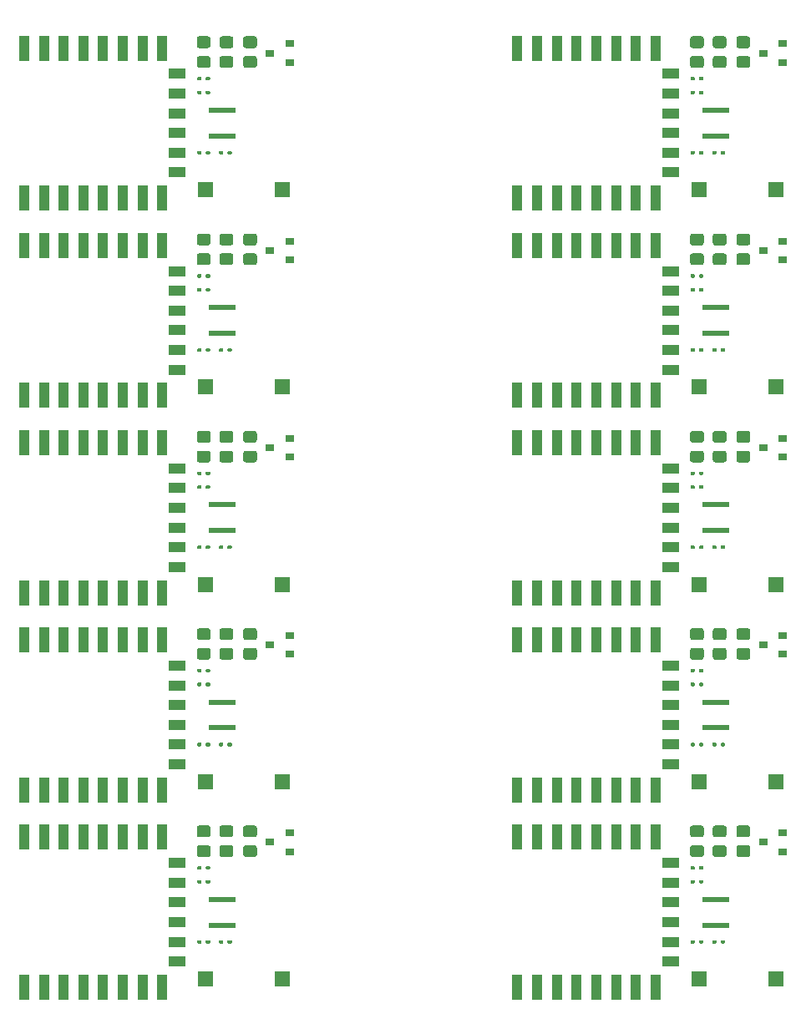
<source format=gbr>
%TF.GenerationSoftware,KiCad,Pcbnew,(5.1.9)-1*%
%TF.CreationDate,2021-10-14T17:35:56+02:00*%
%TF.ProjectId,IM350_AM550_T210_5V_V5.0,494d3335-305f-4414-9d35-35305f543231,rev?*%
%TF.SameCoordinates,Original*%
%TF.FileFunction,Paste,Top*%
%TF.FilePolarity,Positive*%
%FSLAX46Y46*%
G04 Gerber Fmt 4.6, Leading zero omitted, Abs format (unit mm)*
G04 Created by KiCad (PCBNEW (5.1.9)-1) date 2021-10-14 17:35:56*
%MOMM*%
%LPD*%
G01*
G04 APERTURE LIST*
%ADD10R,2.800000X0.600000*%
%ADD11R,1.000000X2.500000*%
%ADD12R,1.800000X1.000000*%
%ADD13R,1.500000X1.500000*%
%ADD14R,0.900000X0.800000*%
G04 APERTURE END LIST*
D10*
%TO.C,J1*%
X77100000Y-116300000D03*
X77100000Y-113700000D03*
%TD*%
%TO.C,R9*%
G36*
G01*
X129449999Y-106200000D02*
X130350001Y-106200000D01*
G75*
G02*
X130600000Y-106449999I0J-249999D01*
G01*
X130600000Y-107150001D01*
G75*
G02*
X130350001Y-107400000I-249999J0D01*
G01*
X129449999Y-107400000D01*
G75*
G02*
X129200000Y-107150001I0J249999D01*
G01*
X129200000Y-106449999D01*
G75*
G02*
X129449999Y-106200000I249999J0D01*
G01*
G37*
G36*
G01*
X129449999Y-108200000D02*
X130350001Y-108200000D01*
G75*
G02*
X130600000Y-108449999I0J-249999D01*
G01*
X130600000Y-109150001D01*
G75*
G02*
X130350001Y-109400000I-249999J0D01*
G01*
X129449999Y-109400000D01*
G75*
G02*
X129200000Y-109150001I0J249999D01*
G01*
X129200000Y-108449999D01*
G75*
G02*
X129449999Y-108200000I249999J0D01*
G01*
G37*
%TD*%
D11*
%TO.C,U2*%
X57000000Y-107400000D03*
X59000000Y-107400000D03*
X61000000Y-107400000D03*
X63000000Y-107400000D03*
X65000000Y-107400000D03*
X67000000Y-107400000D03*
X69000000Y-107400000D03*
X71000000Y-107400000D03*
D12*
X72500000Y-110000000D03*
X72500000Y-112000000D03*
X72500000Y-114000000D03*
X72500000Y-116000000D03*
X72500000Y-118000000D03*
X72500000Y-120000000D03*
D11*
X71000000Y-122600000D03*
X69000000Y-122600000D03*
X67000000Y-122600000D03*
X65000000Y-122600000D03*
X63000000Y-122600000D03*
X61000000Y-122600000D03*
X59000000Y-122600000D03*
X57000000Y-122600000D03*
%TD*%
D13*
%TO.C,SW1*%
X83200000Y-121750000D03*
X75400000Y-121750000D03*
%TD*%
%TO.C,R3*%
G36*
G01*
X124749999Y-106200000D02*
X125650001Y-106200000D01*
G75*
G02*
X125900000Y-106449999I0J-249999D01*
G01*
X125900000Y-107150001D01*
G75*
G02*
X125650001Y-107400000I-249999J0D01*
G01*
X124749999Y-107400000D01*
G75*
G02*
X124500000Y-107150001I0J249999D01*
G01*
X124500000Y-106449999D01*
G75*
G02*
X124749999Y-106200000I249999J0D01*
G01*
G37*
G36*
G01*
X124749999Y-108200000D02*
X125650001Y-108200000D01*
G75*
G02*
X125900000Y-108449999I0J-249999D01*
G01*
X125900000Y-109150001D01*
G75*
G02*
X125650001Y-109400000I-249999J0D01*
G01*
X124749999Y-109400000D01*
G75*
G02*
X124500000Y-109150001I0J249999D01*
G01*
X124500000Y-108449999D01*
G75*
G02*
X124749999Y-108200000I249999J0D01*
G01*
G37*
%TD*%
%TO.C,R7*%
G36*
G01*
X75403500Y-118090000D02*
X75403500Y-117910000D01*
G75*
G02*
X75493500Y-117820000I90000J0D01*
G01*
X75771500Y-117820000D01*
G75*
G02*
X75861500Y-117910000I0J-90000D01*
G01*
X75861500Y-118090000D01*
G75*
G02*
X75771500Y-118180000I-90000J0D01*
G01*
X75493500Y-118180000D01*
G75*
G02*
X75403500Y-118090000I0J90000D01*
G01*
G37*
G36*
G01*
X74538500Y-118090000D02*
X74538500Y-117910000D01*
G75*
G02*
X74628500Y-117820000I90000J0D01*
G01*
X74906500Y-117820000D01*
G75*
G02*
X74996500Y-117910000I0J-90000D01*
G01*
X74996500Y-118090000D01*
G75*
G02*
X74906500Y-118180000I-90000J0D01*
G01*
X74628500Y-118180000D01*
G75*
G02*
X74538500Y-118090000I0J90000D01*
G01*
G37*
%TD*%
%TO.C,R13*%
G36*
G01*
X126738500Y-118090000D02*
X126738500Y-117910000D01*
G75*
G02*
X126828500Y-117820000I90000J0D01*
G01*
X127106500Y-117820000D01*
G75*
G02*
X127196500Y-117910000I0J-90000D01*
G01*
X127196500Y-118090000D01*
G75*
G02*
X127106500Y-118180000I-90000J0D01*
G01*
X126828500Y-118180000D01*
G75*
G02*
X126738500Y-118090000I0J90000D01*
G01*
G37*
G36*
G01*
X127603500Y-118090000D02*
X127603500Y-117910000D01*
G75*
G02*
X127693500Y-117820000I90000J0D01*
G01*
X127971500Y-117820000D01*
G75*
G02*
X128061500Y-117910000I0J-90000D01*
G01*
X128061500Y-118090000D01*
G75*
G02*
X127971500Y-118180000I-90000J0D01*
G01*
X127693500Y-118180000D01*
G75*
G02*
X127603500Y-118090000I0J90000D01*
G01*
G37*
%TD*%
%TO.C,R8*%
G36*
G01*
X77950001Y-107400000D02*
X77049999Y-107400000D01*
G75*
G02*
X76800000Y-107150001I0J249999D01*
G01*
X76800000Y-106449999D01*
G75*
G02*
X77049999Y-106200000I249999J0D01*
G01*
X77950001Y-106200000D01*
G75*
G02*
X78200000Y-106449999I0J-249999D01*
G01*
X78200000Y-107150001D01*
G75*
G02*
X77950001Y-107400000I-249999J0D01*
G01*
G37*
G36*
G01*
X77950001Y-109400000D02*
X77049999Y-109400000D01*
G75*
G02*
X76800000Y-109150001I0J249999D01*
G01*
X76800000Y-108449999D01*
G75*
G02*
X77049999Y-108200000I249999J0D01*
G01*
X77950001Y-108200000D01*
G75*
G02*
X78200000Y-108449999I0J-249999D01*
G01*
X78200000Y-109150001D01*
G75*
G02*
X77950001Y-109400000I-249999J0D01*
G01*
G37*
%TD*%
D11*
%TO.C,U2*%
X107000000Y-122600000D03*
X109000000Y-122600000D03*
X111000000Y-122600000D03*
X113000000Y-122600000D03*
X115000000Y-122600000D03*
X117000000Y-122600000D03*
X119000000Y-122600000D03*
X121000000Y-122600000D03*
D12*
X122500000Y-120000000D03*
X122500000Y-118000000D03*
X122500000Y-116000000D03*
X122500000Y-114000000D03*
X122500000Y-112000000D03*
X122500000Y-110000000D03*
D11*
X121000000Y-107400000D03*
X119000000Y-107400000D03*
X117000000Y-107400000D03*
X115000000Y-107400000D03*
X113000000Y-107400000D03*
X111000000Y-107400000D03*
X109000000Y-107400000D03*
X107000000Y-107400000D03*
%TD*%
%TO.C,R13*%
G36*
G01*
X77603500Y-118090000D02*
X77603500Y-117910000D01*
G75*
G02*
X77693500Y-117820000I90000J0D01*
G01*
X77971500Y-117820000D01*
G75*
G02*
X78061500Y-117910000I0J-90000D01*
G01*
X78061500Y-118090000D01*
G75*
G02*
X77971500Y-118180000I-90000J0D01*
G01*
X77693500Y-118180000D01*
G75*
G02*
X77603500Y-118090000I0J90000D01*
G01*
G37*
G36*
G01*
X76738500Y-118090000D02*
X76738500Y-117910000D01*
G75*
G02*
X76828500Y-117820000I90000J0D01*
G01*
X77106500Y-117820000D01*
G75*
G02*
X77196500Y-117910000I0J-90000D01*
G01*
X77196500Y-118090000D01*
G75*
G02*
X77106500Y-118180000I-90000J0D01*
G01*
X76828500Y-118180000D01*
G75*
G02*
X76738500Y-118090000I0J90000D01*
G01*
G37*
%TD*%
%TO.C,R8*%
G36*
G01*
X127950001Y-109400000D02*
X127049999Y-109400000D01*
G75*
G02*
X126800000Y-109150001I0J249999D01*
G01*
X126800000Y-108449999D01*
G75*
G02*
X127049999Y-108200000I249999J0D01*
G01*
X127950001Y-108200000D01*
G75*
G02*
X128200000Y-108449999I0J-249999D01*
G01*
X128200000Y-109150001D01*
G75*
G02*
X127950001Y-109400000I-249999J0D01*
G01*
G37*
G36*
G01*
X127950001Y-107400000D02*
X127049999Y-107400000D01*
G75*
G02*
X126800000Y-107150001I0J249999D01*
G01*
X126800000Y-106449999D01*
G75*
G02*
X127049999Y-106200000I249999J0D01*
G01*
X127950001Y-106200000D01*
G75*
G02*
X128200000Y-106449999I0J-249999D01*
G01*
X128200000Y-107150001D01*
G75*
G02*
X127950001Y-107400000I-249999J0D01*
G01*
G37*
%TD*%
D14*
%TO.C,Q1*%
X133900000Y-108850000D03*
X133900000Y-106950000D03*
X131900000Y-107900000D03*
%TD*%
%TO.C,R2*%
G36*
G01*
X124538500Y-111990000D02*
X124538500Y-111810000D01*
G75*
G02*
X124628500Y-111720000I90000J0D01*
G01*
X124906500Y-111720000D01*
G75*
G02*
X124996500Y-111810000I0J-90000D01*
G01*
X124996500Y-111990000D01*
G75*
G02*
X124906500Y-112080000I-90000J0D01*
G01*
X124628500Y-112080000D01*
G75*
G02*
X124538500Y-111990000I0J90000D01*
G01*
G37*
G36*
G01*
X125403500Y-111990000D02*
X125403500Y-111810000D01*
G75*
G02*
X125493500Y-111720000I90000J0D01*
G01*
X125771500Y-111720000D01*
G75*
G02*
X125861500Y-111810000I0J-90000D01*
G01*
X125861500Y-111990000D01*
G75*
G02*
X125771500Y-112080000I-90000J0D01*
G01*
X125493500Y-112080000D01*
G75*
G02*
X125403500Y-111990000I0J90000D01*
G01*
G37*
%TD*%
%TO.C,R2*%
G36*
G01*
X75403500Y-111990000D02*
X75403500Y-111810000D01*
G75*
G02*
X75493500Y-111720000I90000J0D01*
G01*
X75771500Y-111720000D01*
G75*
G02*
X75861500Y-111810000I0J-90000D01*
G01*
X75861500Y-111990000D01*
G75*
G02*
X75771500Y-112080000I-90000J0D01*
G01*
X75493500Y-112080000D01*
G75*
G02*
X75403500Y-111990000I0J90000D01*
G01*
G37*
G36*
G01*
X74538500Y-111990000D02*
X74538500Y-111810000D01*
G75*
G02*
X74628500Y-111720000I90000J0D01*
G01*
X74906500Y-111720000D01*
G75*
G02*
X74996500Y-111810000I0J-90000D01*
G01*
X74996500Y-111990000D01*
G75*
G02*
X74906500Y-112080000I-90000J0D01*
G01*
X74628500Y-112080000D01*
G75*
G02*
X74538500Y-111990000I0J90000D01*
G01*
G37*
%TD*%
%TO.C,Q1*%
X81900000Y-107900000D03*
X83900000Y-106950000D03*
X83900000Y-108850000D03*
%TD*%
%TO.C,R1*%
G36*
G01*
X124538500Y-110590000D02*
X124538500Y-110410000D01*
G75*
G02*
X124628500Y-110320000I90000J0D01*
G01*
X124906500Y-110320000D01*
G75*
G02*
X124996500Y-110410000I0J-90000D01*
G01*
X124996500Y-110590000D01*
G75*
G02*
X124906500Y-110680000I-90000J0D01*
G01*
X124628500Y-110680000D01*
G75*
G02*
X124538500Y-110590000I0J90000D01*
G01*
G37*
G36*
G01*
X125403500Y-110590000D02*
X125403500Y-110410000D01*
G75*
G02*
X125493500Y-110320000I90000J0D01*
G01*
X125771500Y-110320000D01*
G75*
G02*
X125861500Y-110410000I0J-90000D01*
G01*
X125861500Y-110590000D01*
G75*
G02*
X125771500Y-110680000I-90000J0D01*
G01*
X125493500Y-110680000D01*
G75*
G02*
X125403500Y-110590000I0J90000D01*
G01*
G37*
%TD*%
D10*
%TO.C,J1*%
X127100000Y-113700000D03*
X127100000Y-116300000D03*
%TD*%
D13*
%TO.C,SW1*%
X125400000Y-121750000D03*
X133200000Y-121750000D03*
%TD*%
%TO.C,R9*%
G36*
G01*
X79449999Y-108200000D02*
X80350001Y-108200000D01*
G75*
G02*
X80600000Y-108449999I0J-249999D01*
G01*
X80600000Y-109150001D01*
G75*
G02*
X80350001Y-109400000I-249999J0D01*
G01*
X79449999Y-109400000D01*
G75*
G02*
X79200000Y-109150001I0J249999D01*
G01*
X79200000Y-108449999D01*
G75*
G02*
X79449999Y-108200000I249999J0D01*
G01*
G37*
G36*
G01*
X79449999Y-106200000D02*
X80350001Y-106200000D01*
G75*
G02*
X80600000Y-106449999I0J-249999D01*
G01*
X80600000Y-107150001D01*
G75*
G02*
X80350001Y-107400000I-249999J0D01*
G01*
X79449999Y-107400000D01*
G75*
G02*
X79200000Y-107150001I0J249999D01*
G01*
X79200000Y-106449999D01*
G75*
G02*
X79449999Y-106200000I249999J0D01*
G01*
G37*
%TD*%
%TO.C,R3*%
G36*
G01*
X74749999Y-108200000D02*
X75650001Y-108200000D01*
G75*
G02*
X75900000Y-108449999I0J-249999D01*
G01*
X75900000Y-109150001D01*
G75*
G02*
X75650001Y-109400000I-249999J0D01*
G01*
X74749999Y-109400000D01*
G75*
G02*
X74500000Y-109150001I0J249999D01*
G01*
X74500000Y-108449999D01*
G75*
G02*
X74749999Y-108200000I249999J0D01*
G01*
G37*
G36*
G01*
X74749999Y-106200000D02*
X75650001Y-106200000D01*
G75*
G02*
X75900000Y-106449999I0J-249999D01*
G01*
X75900000Y-107150001D01*
G75*
G02*
X75650001Y-107400000I-249999J0D01*
G01*
X74749999Y-107400000D01*
G75*
G02*
X74500000Y-107150001I0J249999D01*
G01*
X74500000Y-106449999D01*
G75*
G02*
X74749999Y-106200000I249999J0D01*
G01*
G37*
%TD*%
%TO.C,R1*%
G36*
G01*
X75403500Y-110590000D02*
X75403500Y-110410000D01*
G75*
G02*
X75493500Y-110320000I90000J0D01*
G01*
X75771500Y-110320000D01*
G75*
G02*
X75861500Y-110410000I0J-90000D01*
G01*
X75861500Y-110590000D01*
G75*
G02*
X75771500Y-110680000I-90000J0D01*
G01*
X75493500Y-110680000D01*
G75*
G02*
X75403500Y-110590000I0J90000D01*
G01*
G37*
G36*
G01*
X74538500Y-110590000D02*
X74538500Y-110410000D01*
G75*
G02*
X74628500Y-110320000I90000J0D01*
G01*
X74906500Y-110320000D01*
G75*
G02*
X74996500Y-110410000I0J-90000D01*
G01*
X74996500Y-110590000D01*
G75*
G02*
X74906500Y-110680000I-90000J0D01*
G01*
X74628500Y-110680000D01*
G75*
G02*
X74538500Y-110590000I0J90000D01*
G01*
G37*
%TD*%
%TO.C,R7*%
G36*
G01*
X124538500Y-118090000D02*
X124538500Y-117910000D01*
G75*
G02*
X124628500Y-117820000I90000J0D01*
G01*
X124906500Y-117820000D01*
G75*
G02*
X124996500Y-117910000I0J-90000D01*
G01*
X124996500Y-118090000D01*
G75*
G02*
X124906500Y-118180000I-90000J0D01*
G01*
X124628500Y-118180000D01*
G75*
G02*
X124538500Y-118090000I0J90000D01*
G01*
G37*
G36*
G01*
X125403500Y-118090000D02*
X125403500Y-117910000D01*
G75*
G02*
X125493500Y-117820000I90000J0D01*
G01*
X125771500Y-117820000D01*
G75*
G02*
X125861500Y-117910000I0J-90000D01*
G01*
X125861500Y-118090000D01*
G75*
G02*
X125771500Y-118180000I-90000J0D01*
G01*
X125493500Y-118180000D01*
G75*
G02*
X125403500Y-118090000I0J90000D01*
G01*
G37*
%TD*%
D11*
%TO.C,U2*%
X57000000Y-102600000D03*
X59000000Y-102600000D03*
X61000000Y-102600000D03*
X63000000Y-102600000D03*
X65000000Y-102600000D03*
X67000000Y-102600000D03*
X69000000Y-102600000D03*
X71000000Y-102600000D03*
D12*
X72500000Y-100000000D03*
X72500000Y-98000000D03*
X72500000Y-96000000D03*
X72500000Y-94000000D03*
X72500000Y-92000000D03*
X72500000Y-90000000D03*
D11*
X71000000Y-87400000D03*
X69000000Y-87400000D03*
X67000000Y-87400000D03*
X65000000Y-87400000D03*
X63000000Y-87400000D03*
X61000000Y-87400000D03*
X59000000Y-87400000D03*
X57000000Y-87400000D03*
%TD*%
%TO.C,R9*%
G36*
G01*
X129449999Y-88200000D02*
X130350001Y-88200000D01*
G75*
G02*
X130600000Y-88449999I0J-249999D01*
G01*
X130600000Y-89150001D01*
G75*
G02*
X130350001Y-89400000I-249999J0D01*
G01*
X129449999Y-89400000D01*
G75*
G02*
X129200000Y-89150001I0J249999D01*
G01*
X129200000Y-88449999D01*
G75*
G02*
X129449999Y-88200000I249999J0D01*
G01*
G37*
G36*
G01*
X129449999Y-86200000D02*
X130350001Y-86200000D01*
G75*
G02*
X130600000Y-86449999I0J-249999D01*
G01*
X130600000Y-87150001D01*
G75*
G02*
X130350001Y-87400000I-249999J0D01*
G01*
X129449999Y-87400000D01*
G75*
G02*
X129200000Y-87150001I0J249999D01*
G01*
X129200000Y-86449999D01*
G75*
G02*
X129449999Y-86200000I249999J0D01*
G01*
G37*
%TD*%
D13*
%TO.C,SW1*%
X75400000Y-101750000D03*
X83200000Y-101750000D03*
%TD*%
D10*
%TO.C,J1*%
X77100000Y-93700000D03*
X77100000Y-96300000D03*
%TD*%
%TO.C,R13*%
G36*
G01*
X127603500Y-98090000D02*
X127603500Y-97910000D01*
G75*
G02*
X127693500Y-97820000I90000J0D01*
G01*
X127971500Y-97820000D01*
G75*
G02*
X128061500Y-97910000I0J-90000D01*
G01*
X128061500Y-98090000D01*
G75*
G02*
X127971500Y-98180000I-90000J0D01*
G01*
X127693500Y-98180000D01*
G75*
G02*
X127603500Y-98090000I0J90000D01*
G01*
G37*
G36*
G01*
X126738500Y-98090000D02*
X126738500Y-97910000D01*
G75*
G02*
X126828500Y-97820000I90000J0D01*
G01*
X127106500Y-97820000D01*
G75*
G02*
X127196500Y-97910000I0J-90000D01*
G01*
X127196500Y-98090000D01*
G75*
G02*
X127106500Y-98180000I-90000J0D01*
G01*
X126828500Y-98180000D01*
G75*
G02*
X126738500Y-98090000I0J90000D01*
G01*
G37*
%TD*%
%TO.C,R3*%
G36*
G01*
X124749999Y-88200000D02*
X125650001Y-88200000D01*
G75*
G02*
X125900000Y-88449999I0J-249999D01*
G01*
X125900000Y-89150001D01*
G75*
G02*
X125650001Y-89400000I-249999J0D01*
G01*
X124749999Y-89400000D01*
G75*
G02*
X124500000Y-89150001I0J249999D01*
G01*
X124500000Y-88449999D01*
G75*
G02*
X124749999Y-88200000I249999J0D01*
G01*
G37*
G36*
G01*
X124749999Y-86200000D02*
X125650001Y-86200000D01*
G75*
G02*
X125900000Y-86449999I0J-249999D01*
G01*
X125900000Y-87150001D01*
G75*
G02*
X125650001Y-87400000I-249999J0D01*
G01*
X124749999Y-87400000D01*
G75*
G02*
X124500000Y-87150001I0J249999D01*
G01*
X124500000Y-86449999D01*
G75*
G02*
X124749999Y-86200000I249999J0D01*
G01*
G37*
%TD*%
%TO.C,R13*%
G36*
G01*
X76738500Y-98090000D02*
X76738500Y-97910000D01*
G75*
G02*
X76828500Y-97820000I90000J0D01*
G01*
X77106500Y-97820000D01*
G75*
G02*
X77196500Y-97910000I0J-90000D01*
G01*
X77196500Y-98090000D01*
G75*
G02*
X77106500Y-98180000I-90000J0D01*
G01*
X76828500Y-98180000D01*
G75*
G02*
X76738500Y-98090000I0J90000D01*
G01*
G37*
G36*
G01*
X77603500Y-98090000D02*
X77603500Y-97910000D01*
G75*
G02*
X77693500Y-97820000I90000J0D01*
G01*
X77971500Y-97820000D01*
G75*
G02*
X78061500Y-97910000I0J-90000D01*
G01*
X78061500Y-98090000D01*
G75*
G02*
X77971500Y-98180000I-90000J0D01*
G01*
X77693500Y-98180000D01*
G75*
G02*
X77603500Y-98090000I0J90000D01*
G01*
G37*
%TD*%
D11*
%TO.C,U2*%
X107000000Y-87400000D03*
X109000000Y-87400000D03*
X111000000Y-87400000D03*
X113000000Y-87400000D03*
X115000000Y-87400000D03*
X117000000Y-87400000D03*
X119000000Y-87400000D03*
X121000000Y-87400000D03*
D12*
X122500000Y-90000000D03*
X122500000Y-92000000D03*
X122500000Y-94000000D03*
X122500000Y-96000000D03*
X122500000Y-98000000D03*
X122500000Y-100000000D03*
D11*
X121000000Y-102600000D03*
X119000000Y-102600000D03*
X117000000Y-102600000D03*
X115000000Y-102600000D03*
X113000000Y-102600000D03*
X111000000Y-102600000D03*
X109000000Y-102600000D03*
X107000000Y-102600000D03*
%TD*%
%TO.C,R8*%
G36*
G01*
X127950001Y-87400000D02*
X127049999Y-87400000D01*
G75*
G02*
X126800000Y-87150001I0J249999D01*
G01*
X126800000Y-86449999D01*
G75*
G02*
X127049999Y-86200000I249999J0D01*
G01*
X127950001Y-86200000D01*
G75*
G02*
X128200000Y-86449999I0J-249999D01*
G01*
X128200000Y-87150001D01*
G75*
G02*
X127950001Y-87400000I-249999J0D01*
G01*
G37*
G36*
G01*
X127950001Y-89400000D02*
X127049999Y-89400000D01*
G75*
G02*
X126800000Y-89150001I0J249999D01*
G01*
X126800000Y-88449999D01*
G75*
G02*
X127049999Y-88200000I249999J0D01*
G01*
X127950001Y-88200000D01*
G75*
G02*
X128200000Y-88449999I0J-249999D01*
G01*
X128200000Y-89150001D01*
G75*
G02*
X127950001Y-89400000I-249999J0D01*
G01*
G37*
%TD*%
%TO.C,R7*%
G36*
G01*
X74538500Y-98090000D02*
X74538500Y-97910000D01*
G75*
G02*
X74628500Y-97820000I90000J0D01*
G01*
X74906500Y-97820000D01*
G75*
G02*
X74996500Y-97910000I0J-90000D01*
G01*
X74996500Y-98090000D01*
G75*
G02*
X74906500Y-98180000I-90000J0D01*
G01*
X74628500Y-98180000D01*
G75*
G02*
X74538500Y-98090000I0J90000D01*
G01*
G37*
G36*
G01*
X75403500Y-98090000D02*
X75403500Y-97910000D01*
G75*
G02*
X75493500Y-97820000I90000J0D01*
G01*
X75771500Y-97820000D01*
G75*
G02*
X75861500Y-97910000I0J-90000D01*
G01*
X75861500Y-98090000D01*
G75*
G02*
X75771500Y-98180000I-90000J0D01*
G01*
X75493500Y-98180000D01*
G75*
G02*
X75403500Y-98090000I0J90000D01*
G01*
G37*
%TD*%
D14*
%TO.C,Q1*%
X131900000Y-87900000D03*
X133900000Y-86950000D03*
X133900000Y-88850000D03*
%TD*%
%TO.C,R2*%
G36*
G01*
X125403500Y-91990000D02*
X125403500Y-91810000D01*
G75*
G02*
X125493500Y-91720000I90000J0D01*
G01*
X125771500Y-91720000D01*
G75*
G02*
X125861500Y-91810000I0J-90000D01*
G01*
X125861500Y-91990000D01*
G75*
G02*
X125771500Y-92080000I-90000J0D01*
G01*
X125493500Y-92080000D01*
G75*
G02*
X125403500Y-91990000I0J90000D01*
G01*
G37*
G36*
G01*
X124538500Y-91990000D02*
X124538500Y-91810000D01*
G75*
G02*
X124628500Y-91720000I90000J0D01*
G01*
X124906500Y-91720000D01*
G75*
G02*
X124996500Y-91810000I0J-90000D01*
G01*
X124996500Y-91990000D01*
G75*
G02*
X124906500Y-92080000I-90000J0D01*
G01*
X124628500Y-92080000D01*
G75*
G02*
X124538500Y-91990000I0J90000D01*
G01*
G37*
%TD*%
%TO.C,R8*%
G36*
G01*
X77950001Y-89400000D02*
X77049999Y-89400000D01*
G75*
G02*
X76800000Y-89150001I0J249999D01*
G01*
X76800000Y-88449999D01*
G75*
G02*
X77049999Y-88200000I249999J0D01*
G01*
X77950001Y-88200000D01*
G75*
G02*
X78200000Y-88449999I0J-249999D01*
G01*
X78200000Y-89150001D01*
G75*
G02*
X77950001Y-89400000I-249999J0D01*
G01*
G37*
G36*
G01*
X77950001Y-87400000D02*
X77049999Y-87400000D01*
G75*
G02*
X76800000Y-87150001I0J249999D01*
G01*
X76800000Y-86449999D01*
G75*
G02*
X77049999Y-86200000I249999J0D01*
G01*
X77950001Y-86200000D01*
G75*
G02*
X78200000Y-86449999I0J-249999D01*
G01*
X78200000Y-87150001D01*
G75*
G02*
X77950001Y-87400000I-249999J0D01*
G01*
G37*
%TD*%
%TO.C,R9*%
G36*
G01*
X79449999Y-86200000D02*
X80350001Y-86200000D01*
G75*
G02*
X80600000Y-86449999I0J-249999D01*
G01*
X80600000Y-87150001D01*
G75*
G02*
X80350001Y-87400000I-249999J0D01*
G01*
X79449999Y-87400000D01*
G75*
G02*
X79200000Y-87150001I0J249999D01*
G01*
X79200000Y-86449999D01*
G75*
G02*
X79449999Y-86200000I249999J0D01*
G01*
G37*
G36*
G01*
X79449999Y-88200000D02*
X80350001Y-88200000D01*
G75*
G02*
X80600000Y-88449999I0J-249999D01*
G01*
X80600000Y-89150001D01*
G75*
G02*
X80350001Y-89400000I-249999J0D01*
G01*
X79449999Y-89400000D01*
G75*
G02*
X79200000Y-89150001I0J249999D01*
G01*
X79200000Y-88449999D01*
G75*
G02*
X79449999Y-88200000I249999J0D01*
G01*
G37*
%TD*%
%TO.C,R3*%
G36*
G01*
X74749999Y-86200000D02*
X75650001Y-86200000D01*
G75*
G02*
X75900000Y-86449999I0J-249999D01*
G01*
X75900000Y-87150001D01*
G75*
G02*
X75650001Y-87400000I-249999J0D01*
G01*
X74749999Y-87400000D01*
G75*
G02*
X74500000Y-87150001I0J249999D01*
G01*
X74500000Y-86449999D01*
G75*
G02*
X74749999Y-86200000I249999J0D01*
G01*
G37*
G36*
G01*
X74749999Y-88200000D02*
X75650001Y-88200000D01*
G75*
G02*
X75900000Y-88449999I0J-249999D01*
G01*
X75900000Y-89150001D01*
G75*
G02*
X75650001Y-89400000I-249999J0D01*
G01*
X74749999Y-89400000D01*
G75*
G02*
X74500000Y-89150001I0J249999D01*
G01*
X74500000Y-88449999D01*
G75*
G02*
X74749999Y-88200000I249999J0D01*
G01*
G37*
%TD*%
%TO.C,R1*%
G36*
G01*
X74538500Y-90590000D02*
X74538500Y-90410000D01*
G75*
G02*
X74628500Y-90320000I90000J0D01*
G01*
X74906500Y-90320000D01*
G75*
G02*
X74996500Y-90410000I0J-90000D01*
G01*
X74996500Y-90590000D01*
G75*
G02*
X74906500Y-90680000I-90000J0D01*
G01*
X74628500Y-90680000D01*
G75*
G02*
X74538500Y-90590000I0J90000D01*
G01*
G37*
G36*
G01*
X75403500Y-90590000D02*
X75403500Y-90410000D01*
G75*
G02*
X75493500Y-90320000I90000J0D01*
G01*
X75771500Y-90320000D01*
G75*
G02*
X75861500Y-90410000I0J-90000D01*
G01*
X75861500Y-90590000D01*
G75*
G02*
X75771500Y-90680000I-90000J0D01*
G01*
X75493500Y-90680000D01*
G75*
G02*
X75403500Y-90590000I0J90000D01*
G01*
G37*
%TD*%
%TO.C,R1*%
G36*
G01*
X125403500Y-90590000D02*
X125403500Y-90410000D01*
G75*
G02*
X125493500Y-90320000I90000J0D01*
G01*
X125771500Y-90320000D01*
G75*
G02*
X125861500Y-90410000I0J-90000D01*
G01*
X125861500Y-90590000D01*
G75*
G02*
X125771500Y-90680000I-90000J0D01*
G01*
X125493500Y-90680000D01*
G75*
G02*
X125403500Y-90590000I0J90000D01*
G01*
G37*
G36*
G01*
X124538500Y-90590000D02*
X124538500Y-90410000D01*
G75*
G02*
X124628500Y-90320000I90000J0D01*
G01*
X124906500Y-90320000D01*
G75*
G02*
X124996500Y-90410000I0J-90000D01*
G01*
X124996500Y-90590000D01*
G75*
G02*
X124906500Y-90680000I-90000J0D01*
G01*
X124628500Y-90680000D01*
G75*
G02*
X124538500Y-90590000I0J90000D01*
G01*
G37*
%TD*%
%TO.C,R7*%
G36*
G01*
X125403500Y-98090000D02*
X125403500Y-97910000D01*
G75*
G02*
X125493500Y-97820000I90000J0D01*
G01*
X125771500Y-97820000D01*
G75*
G02*
X125861500Y-97910000I0J-90000D01*
G01*
X125861500Y-98090000D01*
G75*
G02*
X125771500Y-98180000I-90000J0D01*
G01*
X125493500Y-98180000D01*
G75*
G02*
X125403500Y-98090000I0J90000D01*
G01*
G37*
G36*
G01*
X124538500Y-98090000D02*
X124538500Y-97910000D01*
G75*
G02*
X124628500Y-97820000I90000J0D01*
G01*
X124906500Y-97820000D01*
G75*
G02*
X124996500Y-97910000I0J-90000D01*
G01*
X124996500Y-98090000D01*
G75*
G02*
X124906500Y-98180000I-90000J0D01*
G01*
X124628500Y-98180000D01*
G75*
G02*
X124538500Y-98090000I0J90000D01*
G01*
G37*
%TD*%
D10*
%TO.C,J1*%
X127100000Y-96300000D03*
X127100000Y-93700000D03*
%TD*%
%TO.C,R2*%
G36*
G01*
X74538500Y-91990000D02*
X74538500Y-91810000D01*
G75*
G02*
X74628500Y-91720000I90000J0D01*
G01*
X74906500Y-91720000D01*
G75*
G02*
X74996500Y-91810000I0J-90000D01*
G01*
X74996500Y-91990000D01*
G75*
G02*
X74906500Y-92080000I-90000J0D01*
G01*
X74628500Y-92080000D01*
G75*
G02*
X74538500Y-91990000I0J90000D01*
G01*
G37*
G36*
G01*
X75403500Y-91990000D02*
X75403500Y-91810000D01*
G75*
G02*
X75493500Y-91720000I90000J0D01*
G01*
X75771500Y-91720000D01*
G75*
G02*
X75861500Y-91810000I0J-90000D01*
G01*
X75861500Y-91990000D01*
G75*
G02*
X75771500Y-92080000I-90000J0D01*
G01*
X75493500Y-92080000D01*
G75*
G02*
X75403500Y-91990000I0J90000D01*
G01*
G37*
%TD*%
D13*
%TO.C,SW1*%
X133200000Y-101750000D03*
X125400000Y-101750000D03*
%TD*%
D14*
%TO.C,Q1*%
X83900000Y-88850000D03*
X83900000Y-86950000D03*
X81900000Y-87900000D03*
%TD*%
%TO.C,R8*%
G36*
G01*
X127950001Y-69400000D02*
X127049999Y-69400000D01*
G75*
G02*
X126800000Y-69150001I0J249999D01*
G01*
X126800000Y-68449999D01*
G75*
G02*
X127049999Y-68200000I249999J0D01*
G01*
X127950001Y-68200000D01*
G75*
G02*
X128200000Y-68449999I0J-249999D01*
G01*
X128200000Y-69150001D01*
G75*
G02*
X127950001Y-69400000I-249999J0D01*
G01*
G37*
G36*
G01*
X127950001Y-67400000D02*
X127049999Y-67400000D01*
G75*
G02*
X126800000Y-67150001I0J249999D01*
G01*
X126800000Y-66449999D01*
G75*
G02*
X127049999Y-66200000I249999J0D01*
G01*
X127950001Y-66200000D01*
G75*
G02*
X128200000Y-66449999I0J-249999D01*
G01*
X128200000Y-67150001D01*
G75*
G02*
X127950001Y-67400000I-249999J0D01*
G01*
G37*
%TD*%
%TO.C,R3*%
G36*
G01*
X124749999Y-66200000D02*
X125650001Y-66200000D01*
G75*
G02*
X125900000Y-66449999I0J-249999D01*
G01*
X125900000Y-67150001D01*
G75*
G02*
X125650001Y-67400000I-249999J0D01*
G01*
X124749999Y-67400000D01*
G75*
G02*
X124500000Y-67150001I0J249999D01*
G01*
X124500000Y-66449999D01*
G75*
G02*
X124749999Y-66200000I249999J0D01*
G01*
G37*
G36*
G01*
X124749999Y-68200000D02*
X125650001Y-68200000D01*
G75*
G02*
X125900000Y-68449999I0J-249999D01*
G01*
X125900000Y-69150001D01*
G75*
G02*
X125650001Y-69400000I-249999J0D01*
G01*
X124749999Y-69400000D01*
G75*
G02*
X124500000Y-69150001I0J249999D01*
G01*
X124500000Y-68449999D01*
G75*
G02*
X124749999Y-68200000I249999J0D01*
G01*
G37*
%TD*%
%TO.C,R9*%
G36*
G01*
X129449999Y-66200000D02*
X130350001Y-66200000D01*
G75*
G02*
X130600000Y-66449999I0J-249999D01*
G01*
X130600000Y-67150001D01*
G75*
G02*
X130350001Y-67400000I-249999J0D01*
G01*
X129449999Y-67400000D01*
G75*
G02*
X129200000Y-67150001I0J249999D01*
G01*
X129200000Y-66449999D01*
G75*
G02*
X129449999Y-66200000I249999J0D01*
G01*
G37*
G36*
G01*
X129449999Y-68200000D02*
X130350001Y-68200000D01*
G75*
G02*
X130600000Y-68449999I0J-249999D01*
G01*
X130600000Y-69150001D01*
G75*
G02*
X130350001Y-69400000I-249999J0D01*
G01*
X129449999Y-69400000D01*
G75*
G02*
X129200000Y-69150001I0J249999D01*
G01*
X129200000Y-68449999D01*
G75*
G02*
X129449999Y-68200000I249999J0D01*
G01*
G37*
%TD*%
D11*
%TO.C,U2*%
X107000000Y-82600000D03*
X109000000Y-82600000D03*
X111000000Y-82600000D03*
X113000000Y-82600000D03*
X115000000Y-82600000D03*
X117000000Y-82600000D03*
X119000000Y-82600000D03*
X121000000Y-82600000D03*
D12*
X122500000Y-80000000D03*
X122500000Y-78000000D03*
X122500000Y-76000000D03*
X122500000Y-74000000D03*
X122500000Y-72000000D03*
X122500000Y-70000000D03*
D11*
X121000000Y-67400000D03*
X119000000Y-67400000D03*
X117000000Y-67400000D03*
X115000000Y-67400000D03*
X113000000Y-67400000D03*
X111000000Y-67400000D03*
X109000000Y-67400000D03*
X107000000Y-67400000D03*
%TD*%
%TO.C,R13*%
G36*
G01*
X126738500Y-78090000D02*
X126738500Y-77910000D01*
G75*
G02*
X126828500Y-77820000I90000J0D01*
G01*
X127106500Y-77820000D01*
G75*
G02*
X127196500Y-77910000I0J-90000D01*
G01*
X127196500Y-78090000D01*
G75*
G02*
X127106500Y-78180000I-90000J0D01*
G01*
X126828500Y-78180000D01*
G75*
G02*
X126738500Y-78090000I0J90000D01*
G01*
G37*
G36*
G01*
X127603500Y-78090000D02*
X127603500Y-77910000D01*
G75*
G02*
X127693500Y-77820000I90000J0D01*
G01*
X127971500Y-77820000D01*
G75*
G02*
X128061500Y-77910000I0J-90000D01*
G01*
X128061500Y-78090000D01*
G75*
G02*
X127971500Y-78180000I-90000J0D01*
G01*
X127693500Y-78180000D01*
G75*
G02*
X127603500Y-78090000I0J90000D01*
G01*
G37*
%TD*%
D14*
%TO.C,Q1*%
X133900000Y-68850000D03*
X133900000Y-66950000D03*
X131900000Y-67900000D03*
%TD*%
D11*
%TO.C,U2*%
X57000000Y-67400000D03*
X59000000Y-67400000D03*
X61000000Y-67400000D03*
X63000000Y-67400000D03*
X65000000Y-67400000D03*
X67000000Y-67400000D03*
X69000000Y-67400000D03*
X71000000Y-67400000D03*
D12*
X72500000Y-70000000D03*
X72500000Y-72000000D03*
X72500000Y-74000000D03*
X72500000Y-76000000D03*
X72500000Y-78000000D03*
X72500000Y-80000000D03*
D11*
X71000000Y-82600000D03*
X69000000Y-82600000D03*
X67000000Y-82600000D03*
X65000000Y-82600000D03*
X63000000Y-82600000D03*
X61000000Y-82600000D03*
X59000000Y-82600000D03*
X57000000Y-82600000D03*
%TD*%
D13*
%TO.C,SW1*%
X83200000Y-81750000D03*
X75400000Y-81750000D03*
%TD*%
%TO.C,R13*%
G36*
G01*
X77603500Y-78090000D02*
X77603500Y-77910000D01*
G75*
G02*
X77693500Y-77820000I90000J0D01*
G01*
X77971500Y-77820000D01*
G75*
G02*
X78061500Y-77910000I0J-90000D01*
G01*
X78061500Y-78090000D01*
G75*
G02*
X77971500Y-78180000I-90000J0D01*
G01*
X77693500Y-78180000D01*
G75*
G02*
X77603500Y-78090000I0J90000D01*
G01*
G37*
G36*
G01*
X76738500Y-78090000D02*
X76738500Y-77910000D01*
G75*
G02*
X76828500Y-77820000I90000J0D01*
G01*
X77106500Y-77820000D01*
G75*
G02*
X77196500Y-77910000I0J-90000D01*
G01*
X77196500Y-78090000D01*
G75*
G02*
X77106500Y-78180000I-90000J0D01*
G01*
X76828500Y-78180000D01*
G75*
G02*
X76738500Y-78090000I0J90000D01*
G01*
G37*
%TD*%
D10*
%TO.C,J1*%
X77100000Y-76300000D03*
X77100000Y-73700000D03*
%TD*%
%TO.C,R7*%
G36*
G01*
X75403500Y-78090000D02*
X75403500Y-77910000D01*
G75*
G02*
X75493500Y-77820000I90000J0D01*
G01*
X75771500Y-77820000D01*
G75*
G02*
X75861500Y-77910000I0J-90000D01*
G01*
X75861500Y-78090000D01*
G75*
G02*
X75771500Y-78180000I-90000J0D01*
G01*
X75493500Y-78180000D01*
G75*
G02*
X75403500Y-78090000I0J90000D01*
G01*
G37*
G36*
G01*
X74538500Y-78090000D02*
X74538500Y-77910000D01*
G75*
G02*
X74628500Y-77820000I90000J0D01*
G01*
X74906500Y-77820000D01*
G75*
G02*
X74996500Y-77910000I0J-90000D01*
G01*
X74996500Y-78090000D01*
G75*
G02*
X74906500Y-78180000I-90000J0D01*
G01*
X74628500Y-78180000D01*
G75*
G02*
X74538500Y-78090000I0J90000D01*
G01*
G37*
%TD*%
%TO.C,R2*%
G36*
G01*
X124538500Y-71990000D02*
X124538500Y-71810000D01*
G75*
G02*
X124628500Y-71720000I90000J0D01*
G01*
X124906500Y-71720000D01*
G75*
G02*
X124996500Y-71810000I0J-90000D01*
G01*
X124996500Y-71990000D01*
G75*
G02*
X124906500Y-72080000I-90000J0D01*
G01*
X124628500Y-72080000D01*
G75*
G02*
X124538500Y-71990000I0J90000D01*
G01*
G37*
G36*
G01*
X125403500Y-71990000D02*
X125403500Y-71810000D01*
G75*
G02*
X125493500Y-71720000I90000J0D01*
G01*
X125771500Y-71720000D01*
G75*
G02*
X125861500Y-71810000I0J-90000D01*
G01*
X125861500Y-71990000D01*
G75*
G02*
X125771500Y-72080000I-90000J0D01*
G01*
X125493500Y-72080000D01*
G75*
G02*
X125403500Y-71990000I0J90000D01*
G01*
G37*
%TD*%
%TO.C,R9*%
G36*
G01*
X79449999Y-68200000D02*
X80350001Y-68200000D01*
G75*
G02*
X80600000Y-68449999I0J-249999D01*
G01*
X80600000Y-69150001D01*
G75*
G02*
X80350001Y-69400000I-249999J0D01*
G01*
X79449999Y-69400000D01*
G75*
G02*
X79200000Y-69150001I0J249999D01*
G01*
X79200000Y-68449999D01*
G75*
G02*
X79449999Y-68200000I249999J0D01*
G01*
G37*
G36*
G01*
X79449999Y-66200000D02*
X80350001Y-66200000D01*
G75*
G02*
X80600000Y-66449999I0J-249999D01*
G01*
X80600000Y-67150001D01*
G75*
G02*
X80350001Y-67400000I-249999J0D01*
G01*
X79449999Y-67400000D01*
G75*
G02*
X79200000Y-67150001I0J249999D01*
G01*
X79200000Y-66449999D01*
G75*
G02*
X79449999Y-66200000I249999J0D01*
G01*
G37*
%TD*%
%TO.C,R8*%
G36*
G01*
X77950001Y-67400000D02*
X77049999Y-67400000D01*
G75*
G02*
X76800000Y-67150001I0J249999D01*
G01*
X76800000Y-66449999D01*
G75*
G02*
X77049999Y-66200000I249999J0D01*
G01*
X77950001Y-66200000D01*
G75*
G02*
X78200000Y-66449999I0J-249999D01*
G01*
X78200000Y-67150001D01*
G75*
G02*
X77950001Y-67400000I-249999J0D01*
G01*
G37*
G36*
G01*
X77950001Y-69400000D02*
X77049999Y-69400000D01*
G75*
G02*
X76800000Y-69150001I0J249999D01*
G01*
X76800000Y-68449999D01*
G75*
G02*
X77049999Y-68200000I249999J0D01*
G01*
X77950001Y-68200000D01*
G75*
G02*
X78200000Y-68449999I0J-249999D01*
G01*
X78200000Y-69150001D01*
G75*
G02*
X77950001Y-69400000I-249999J0D01*
G01*
G37*
%TD*%
%TO.C,R3*%
G36*
G01*
X74749999Y-68200000D02*
X75650001Y-68200000D01*
G75*
G02*
X75900000Y-68449999I0J-249999D01*
G01*
X75900000Y-69150001D01*
G75*
G02*
X75650001Y-69400000I-249999J0D01*
G01*
X74749999Y-69400000D01*
G75*
G02*
X74500000Y-69150001I0J249999D01*
G01*
X74500000Y-68449999D01*
G75*
G02*
X74749999Y-68200000I249999J0D01*
G01*
G37*
G36*
G01*
X74749999Y-66200000D02*
X75650001Y-66200000D01*
G75*
G02*
X75900000Y-66449999I0J-249999D01*
G01*
X75900000Y-67150001D01*
G75*
G02*
X75650001Y-67400000I-249999J0D01*
G01*
X74749999Y-67400000D01*
G75*
G02*
X74500000Y-67150001I0J249999D01*
G01*
X74500000Y-66449999D01*
G75*
G02*
X74749999Y-66200000I249999J0D01*
G01*
G37*
%TD*%
D14*
%TO.C,Q1*%
X81900000Y-67900000D03*
X83900000Y-66950000D03*
X83900000Y-68850000D03*
%TD*%
%TO.C,R1*%
G36*
G01*
X75403500Y-70590000D02*
X75403500Y-70410000D01*
G75*
G02*
X75493500Y-70320000I90000J0D01*
G01*
X75771500Y-70320000D01*
G75*
G02*
X75861500Y-70410000I0J-90000D01*
G01*
X75861500Y-70590000D01*
G75*
G02*
X75771500Y-70680000I-90000J0D01*
G01*
X75493500Y-70680000D01*
G75*
G02*
X75403500Y-70590000I0J90000D01*
G01*
G37*
G36*
G01*
X74538500Y-70590000D02*
X74538500Y-70410000D01*
G75*
G02*
X74628500Y-70320000I90000J0D01*
G01*
X74906500Y-70320000D01*
G75*
G02*
X74996500Y-70410000I0J-90000D01*
G01*
X74996500Y-70590000D01*
G75*
G02*
X74906500Y-70680000I-90000J0D01*
G01*
X74628500Y-70680000D01*
G75*
G02*
X74538500Y-70590000I0J90000D01*
G01*
G37*
%TD*%
%TO.C,R1*%
G36*
G01*
X124538500Y-70590000D02*
X124538500Y-70410000D01*
G75*
G02*
X124628500Y-70320000I90000J0D01*
G01*
X124906500Y-70320000D01*
G75*
G02*
X124996500Y-70410000I0J-90000D01*
G01*
X124996500Y-70590000D01*
G75*
G02*
X124906500Y-70680000I-90000J0D01*
G01*
X124628500Y-70680000D01*
G75*
G02*
X124538500Y-70590000I0J90000D01*
G01*
G37*
G36*
G01*
X125403500Y-70590000D02*
X125403500Y-70410000D01*
G75*
G02*
X125493500Y-70320000I90000J0D01*
G01*
X125771500Y-70320000D01*
G75*
G02*
X125861500Y-70410000I0J-90000D01*
G01*
X125861500Y-70590000D01*
G75*
G02*
X125771500Y-70680000I-90000J0D01*
G01*
X125493500Y-70680000D01*
G75*
G02*
X125403500Y-70590000I0J90000D01*
G01*
G37*
%TD*%
%TO.C,R7*%
G36*
G01*
X124538500Y-78090000D02*
X124538500Y-77910000D01*
G75*
G02*
X124628500Y-77820000I90000J0D01*
G01*
X124906500Y-77820000D01*
G75*
G02*
X124996500Y-77910000I0J-90000D01*
G01*
X124996500Y-78090000D01*
G75*
G02*
X124906500Y-78180000I-90000J0D01*
G01*
X124628500Y-78180000D01*
G75*
G02*
X124538500Y-78090000I0J90000D01*
G01*
G37*
G36*
G01*
X125403500Y-78090000D02*
X125403500Y-77910000D01*
G75*
G02*
X125493500Y-77820000I90000J0D01*
G01*
X125771500Y-77820000D01*
G75*
G02*
X125861500Y-77910000I0J-90000D01*
G01*
X125861500Y-78090000D01*
G75*
G02*
X125771500Y-78180000I-90000J0D01*
G01*
X125493500Y-78180000D01*
G75*
G02*
X125403500Y-78090000I0J90000D01*
G01*
G37*
%TD*%
D10*
%TO.C,J1*%
X127100000Y-73700000D03*
X127100000Y-76300000D03*
%TD*%
%TO.C,R2*%
G36*
G01*
X75403500Y-71990000D02*
X75403500Y-71810000D01*
G75*
G02*
X75493500Y-71720000I90000J0D01*
G01*
X75771500Y-71720000D01*
G75*
G02*
X75861500Y-71810000I0J-90000D01*
G01*
X75861500Y-71990000D01*
G75*
G02*
X75771500Y-72080000I-90000J0D01*
G01*
X75493500Y-72080000D01*
G75*
G02*
X75403500Y-71990000I0J90000D01*
G01*
G37*
G36*
G01*
X74538500Y-71990000D02*
X74538500Y-71810000D01*
G75*
G02*
X74628500Y-71720000I90000J0D01*
G01*
X74906500Y-71720000D01*
G75*
G02*
X74996500Y-71810000I0J-90000D01*
G01*
X74996500Y-71990000D01*
G75*
G02*
X74906500Y-72080000I-90000J0D01*
G01*
X74628500Y-72080000D01*
G75*
G02*
X74538500Y-71990000I0J90000D01*
G01*
G37*
%TD*%
D13*
%TO.C,SW1*%
X125400000Y-81750000D03*
X133200000Y-81750000D03*
%TD*%
%TO.C,R1*%
G36*
G01*
X74538500Y-50590000D02*
X74538500Y-50410000D01*
G75*
G02*
X74628500Y-50320000I90000J0D01*
G01*
X74906500Y-50320000D01*
G75*
G02*
X74996500Y-50410000I0J-90000D01*
G01*
X74996500Y-50590000D01*
G75*
G02*
X74906500Y-50680000I-90000J0D01*
G01*
X74628500Y-50680000D01*
G75*
G02*
X74538500Y-50590000I0J90000D01*
G01*
G37*
G36*
G01*
X75403500Y-50590000D02*
X75403500Y-50410000D01*
G75*
G02*
X75493500Y-50320000I90000J0D01*
G01*
X75771500Y-50320000D01*
G75*
G02*
X75861500Y-50410000I0J-90000D01*
G01*
X75861500Y-50590000D01*
G75*
G02*
X75771500Y-50680000I-90000J0D01*
G01*
X75493500Y-50680000D01*
G75*
G02*
X75403500Y-50590000I0J90000D01*
G01*
G37*
%TD*%
%TO.C,R2*%
G36*
G01*
X74538500Y-51990000D02*
X74538500Y-51810000D01*
G75*
G02*
X74628500Y-51720000I90000J0D01*
G01*
X74906500Y-51720000D01*
G75*
G02*
X74996500Y-51810000I0J-90000D01*
G01*
X74996500Y-51990000D01*
G75*
G02*
X74906500Y-52080000I-90000J0D01*
G01*
X74628500Y-52080000D01*
G75*
G02*
X74538500Y-51990000I0J90000D01*
G01*
G37*
G36*
G01*
X75403500Y-51990000D02*
X75403500Y-51810000D01*
G75*
G02*
X75493500Y-51720000I90000J0D01*
G01*
X75771500Y-51720000D01*
G75*
G02*
X75861500Y-51810000I0J-90000D01*
G01*
X75861500Y-51990000D01*
G75*
G02*
X75771500Y-52080000I-90000J0D01*
G01*
X75493500Y-52080000D01*
G75*
G02*
X75403500Y-51990000I0J90000D01*
G01*
G37*
%TD*%
%TO.C,R1*%
G36*
G01*
X125403500Y-50590000D02*
X125403500Y-50410000D01*
G75*
G02*
X125493500Y-50320000I90000J0D01*
G01*
X125771500Y-50320000D01*
G75*
G02*
X125861500Y-50410000I0J-90000D01*
G01*
X125861500Y-50590000D01*
G75*
G02*
X125771500Y-50680000I-90000J0D01*
G01*
X125493500Y-50680000D01*
G75*
G02*
X125403500Y-50590000I0J90000D01*
G01*
G37*
G36*
G01*
X124538500Y-50590000D02*
X124538500Y-50410000D01*
G75*
G02*
X124628500Y-50320000I90000J0D01*
G01*
X124906500Y-50320000D01*
G75*
G02*
X124996500Y-50410000I0J-90000D01*
G01*
X124996500Y-50590000D01*
G75*
G02*
X124906500Y-50680000I-90000J0D01*
G01*
X124628500Y-50680000D01*
G75*
G02*
X124538500Y-50590000I0J90000D01*
G01*
G37*
%TD*%
%TO.C,SW1*%
X133200000Y-61750000D03*
X125400000Y-61750000D03*
%TD*%
D10*
%TO.C,J1*%
X127100000Y-56300000D03*
X127100000Y-53700000D03*
%TD*%
%TO.C,R7*%
G36*
G01*
X125403500Y-58090000D02*
X125403500Y-57910000D01*
G75*
G02*
X125493500Y-57820000I90000J0D01*
G01*
X125771500Y-57820000D01*
G75*
G02*
X125861500Y-57910000I0J-90000D01*
G01*
X125861500Y-58090000D01*
G75*
G02*
X125771500Y-58180000I-90000J0D01*
G01*
X125493500Y-58180000D01*
G75*
G02*
X125403500Y-58090000I0J90000D01*
G01*
G37*
G36*
G01*
X124538500Y-58090000D02*
X124538500Y-57910000D01*
G75*
G02*
X124628500Y-57820000I90000J0D01*
G01*
X124906500Y-57820000D01*
G75*
G02*
X124996500Y-57910000I0J-90000D01*
G01*
X124996500Y-58090000D01*
G75*
G02*
X124906500Y-58180000I-90000J0D01*
G01*
X124628500Y-58180000D01*
G75*
G02*
X124538500Y-58090000I0J90000D01*
G01*
G37*
%TD*%
D11*
%TO.C,U2*%
X107000000Y-47400000D03*
X109000000Y-47400000D03*
X111000000Y-47400000D03*
X113000000Y-47400000D03*
X115000000Y-47400000D03*
X117000000Y-47400000D03*
X119000000Y-47400000D03*
X121000000Y-47400000D03*
D12*
X122500000Y-50000000D03*
X122500000Y-52000000D03*
X122500000Y-54000000D03*
X122500000Y-56000000D03*
X122500000Y-58000000D03*
X122500000Y-60000000D03*
D11*
X121000000Y-62600000D03*
X119000000Y-62600000D03*
X117000000Y-62600000D03*
X115000000Y-62600000D03*
X113000000Y-62600000D03*
X111000000Y-62600000D03*
X109000000Y-62600000D03*
X107000000Y-62600000D03*
%TD*%
%TO.C,R9*%
G36*
G01*
X129449999Y-48200000D02*
X130350001Y-48200000D01*
G75*
G02*
X130600000Y-48449999I0J-249999D01*
G01*
X130600000Y-49150001D01*
G75*
G02*
X130350001Y-49400000I-249999J0D01*
G01*
X129449999Y-49400000D01*
G75*
G02*
X129200000Y-49150001I0J249999D01*
G01*
X129200000Y-48449999D01*
G75*
G02*
X129449999Y-48200000I249999J0D01*
G01*
G37*
G36*
G01*
X129449999Y-46200000D02*
X130350001Y-46200000D01*
G75*
G02*
X130600000Y-46449999I0J-249999D01*
G01*
X130600000Y-47150001D01*
G75*
G02*
X130350001Y-47400000I-249999J0D01*
G01*
X129449999Y-47400000D01*
G75*
G02*
X129200000Y-47150001I0J249999D01*
G01*
X129200000Y-46449999D01*
G75*
G02*
X129449999Y-46200000I249999J0D01*
G01*
G37*
%TD*%
D14*
%TO.C,Q1*%
X131900000Y-47900000D03*
X133900000Y-46950000D03*
X133900000Y-48850000D03*
%TD*%
%TO.C,R13*%
G36*
G01*
X127603500Y-58090000D02*
X127603500Y-57910000D01*
G75*
G02*
X127693500Y-57820000I90000J0D01*
G01*
X127971500Y-57820000D01*
G75*
G02*
X128061500Y-57910000I0J-90000D01*
G01*
X128061500Y-58090000D01*
G75*
G02*
X127971500Y-58180000I-90000J0D01*
G01*
X127693500Y-58180000D01*
G75*
G02*
X127603500Y-58090000I0J90000D01*
G01*
G37*
G36*
G01*
X126738500Y-58090000D02*
X126738500Y-57910000D01*
G75*
G02*
X126828500Y-57820000I90000J0D01*
G01*
X127106500Y-57820000D01*
G75*
G02*
X127196500Y-57910000I0J-90000D01*
G01*
X127196500Y-58090000D01*
G75*
G02*
X127106500Y-58180000I-90000J0D01*
G01*
X126828500Y-58180000D01*
G75*
G02*
X126738500Y-58090000I0J90000D01*
G01*
G37*
%TD*%
%TO.C,R3*%
G36*
G01*
X124749999Y-48200000D02*
X125650001Y-48200000D01*
G75*
G02*
X125900000Y-48449999I0J-249999D01*
G01*
X125900000Y-49150001D01*
G75*
G02*
X125650001Y-49400000I-249999J0D01*
G01*
X124749999Y-49400000D01*
G75*
G02*
X124500000Y-49150001I0J249999D01*
G01*
X124500000Y-48449999D01*
G75*
G02*
X124749999Y-48200000I249999J0D01*
G01*
G37*
G36*
G01*
X124749999Y-46200000D02*
X125650001Y-46200000D01*
G75*
G02*
X125900000Y-46449999I0J-249999D01*
G01*
X125900000Y-47150001D01*
G75*
G02*
X125650001Y-47400000I-249999J0D01*
G01*
X124749999Y-47400000D01*
G75*
G02*
X124500000Y-47150001I0J249999D01*
G01*
X124500000Y-46449999D01*
G75*
G02*
X124749999Y-46200000I249999J0D01*
G01*
G37*
%TD*%
%TO.C,R8*%
G36*
G01*
X127950001Y-47400000D02*
X127049999Y-47400000D01*
G75*
G02*
X126800000Y-47150001I0J249999D01*
G01*
X126800000Y-46449999D01*
G75*
G02*
X127049999Y-46200000I249999J0D01*
G01*
X127950001Y-46200000D01*
G75*
G02*
X128200000Y-46449999I0J-249999D01*
G01*
X128200000Y-47150001D01*
G75*
G02*
X127950001Y-47400000I-249999J0D01*
G01*
G37*
G36*
G01*
X127950001Y-49400000D02*
X127049999Y-49400000D01*
G75*
G02*
X126800000Y-49150001I0J249999D01*
G01*
X126800000Y-48449999D01*
G75*
G02*
X127049999Y-48200000I249999J0D01*
G01*
X127950001Y-48200000D01*
G75*
G02*
X128200000Y-48449999I0J-249999D01*
G01*
X128200000Y-49150001D01*
G75*
G02*
X127950001Y-49400000I-249999J0D01*
G01*
G37*
%TD*%
%TO.C,R2*%
G36*
G01*
X125403500Y-51990000D02*
X125403500Y-51810000D01*
G75*
G02*
X125493500Y-51720000I90000J0D01*
G01*
X125771500Y-51720000D01*
G75*
G02*
X125861500Y-51810000I0J-90000D01*
G01*
X125861500Y-51990000D01*
G75*
G02*
X125771500Y-52080000I-90000J0D01*
G01*
X125493500Y-52080000D01*
G75*
G02*
X125403500Y-51990000I0J90000D01*
G01*
G37*
G36*
G01*
X124538500Y-51990000D02*
X124538500Y-51810000D01*
G75*
G02*
X124628500Y-51720000I90000J0D01*
G01*
X124906500Y-51720000D01*
G75*
G02*
X124996500Y-51810000I0J-90000D01*
G01*
X124996500Y-51990000D01*
G75*
G02*
X124906500Y-52080000I-90000J0D01*
G01*
X124628500Y-52080000D01*
G75*
G02*
X124538500Y-51990000I0J90000D01*
G01*
G37*
%TD*%
D13*
%TO.C,SW1*%
X75400000Y-61750000D03*
X83200000Y-61750000D03*
%TD*%
D11*
%TO.C,U2*%
X57000000Y-62600000D03*
X59000000Y-62600000D03*
X61000000Y-62600000D03*
X63000000Y-62600000D03*
X65000000Y-62600000D03*
X67000000Y-62600000D03*
X69000000Y-62600000D03*
X71000000Y-62600000D03*
D12*
X72500000Y-60000000D03*
X72500000Y-58000000D03*
X72500000Y-56000000D03*
X72500000Y-54000000D03*
X72500000Y-52000000D03*
X72500000Y-50000000D03*
D11*
X71000000Y-47400000D03*
X69000000Y-47400000D03*
X67000000Y-47400000D03*
X65000000Y-47400000D03*
X63000000Y-47400000D03*
X61000000Y-47400000D03*
X59000000Y-47400000D03*
X57000000Y-47400000D03*
%TD*%
%TO.C,R13*%
G36*
G01*
X76738500Y-58090000D02*
X76738500Y-57910000D01*
G75*
G02*
X76828500Y-57820000I90000J0D01*
G01*
X77106500Y-57820000D01*
G75*
G02*
X77196500Y-57910000I0J-90000D01*
G01*
X77196500Y-58090000D01*
G75*
G02*
X77106500Y-58180000I-90000J0D01*
G01*
X76828500Y-58180000D01*
G75*
G02*
X76738500Y-58090000I0J90000D01*
G01*
G37*
G36*
G01*
X77603500Y-58090000D02*
X77603500Y-57910000D01*
G75*
G02*
X77693500Y-57820000I90000J0D01*
G01*
X77971500Y-57820000D01*
G75*
G02*
X78061500Y-57910000I0J-90000D01*
G01*
X78061500Y-58090000D01*
G75*
G02*
X77971500Y-58180000I-90000J0D01*
G01*
X77693500Y-58180000D01*
G75*
G02*
X77603500Y-58090000I0J90000D01*
G01*
G37*
%TD*%
%TO.C,R9*%
G36*
G01*
X79449999Y-46200000D02*
X80350001Y-46200000D01*
G75*
G02*
X80600000Y-46449999I0J-249999D01*
G01*
X80600000Y-47150001D01*
G75*
G02*
X80350001Y-47400000I-249999J0D01*
G01*
X79449999Y-47400000D01*
G75*
G02*
X79200000Y-47150001I0J249999D01*
G01*
X79200000Y-46449999D01*
G75*
G02*
X79449999Y-46200000I249999J0D01*
G01*
G37*
G36*
G01*
X79449999Y-48200000D02*
X80350001Y-48200000D01*
G75*
G02*
X80600000Y-48449999I0J-249999D01*
G01*
X80600000Y-49150001D01*
G75*
G02*
X80350001Y-49400000I-249999J0D01*
G01*
X79449999Y-49400000D01*
G75*
G02*
X79200000Y-49150001I0J249999D01*
G01*
X79200000Y-48449999D01*
G75*
G02*
X79449999Y-48200000I249999J0D01*
G01*
G37*
%TD*%
%TO.C,R8*%
G36*
G01*
X77950001Y-49400000D02*
X77049999Y-49400000D01*
G75*
G02*
X76800000Y-49150001I0J249999D01*
G01*
X76800000Y-48449999D01*
G75*
G02*
X77049999Y-48200000I249999J0D01*
G01*
X77950001Y-48200000D01*
G75*
G02*
X78200000Y-48449999I0J-249999D01*
G01*
X78200000Y-49150001D01*
G75*
G02*
X77950001Y-49400000I-249999J0D01*
G01*
G37*
G36*
G01*
X77950001Y-47400000D02*
X77049999Y-47400000D01*
G75*
G02*
X76800000Y-47150001I0J249999D01*
G01*
X76800000Y-46449999D01*
G75*
G02*
X77049999Y-46200000I249999J0D01*
G01*
X77950001Y-46200000D01*
G75*
G02*
X78200000Y-46449999I0J-249999D01*
G01*
X78200000Y-47150001D01*
G75*
G02*
X77950001Y-47400000I-249999J0D01*
G01*
G37*
%TD*%
D10*
%TO.C,J1*%
X77100000Y-53700000D03*
X77100000Y-56300000D03*
%TD*%
%TO.C,R7*%
G36*
G01*
X74538500Y-58090000D02*
X74538500Y-57910000D01*
G75*
G02*
X74628500Y-57820000I90000J0D01*
G01*
X74906500Y-57820000D01*
G75*
G02*
X74996500Y-57910000I0J-90000D01*
G01*
X74996500Y-58090000D01*
G75*
G02*
X74906500Y-58180000I-90000J0D01*
G01*
X74628500Y-58180000D01*
G75*
G02*
X74538500Y-58090000I0J90000D01*
G01*
G37*
G36*
G01*
X75403500Y-58090000D02*
X75403500Y-57910000D01*
G75*
G02*
X75493500Y-57820000I90000J0D01*
G01*
X75771500Y-57820000D01*
G75*
G02*
X75861500Y-57910000I0J-90000D01*
G01*
X75861500Y-58090000D01*
G75*
G02*
X75771500Y-58180000I-90000J0D01*
G01*
X75493500Y-58180000D01*
G75*
G02*
X75403500Y-58090000I0J90000D01*
G01*
G37*
%TD*%
%TO.C,R3*%
G36*
G01*
X74749999Y-46200000D02*
X75650001Y-46200000D01*
G75*
G02*
X75900000Y-46449999I0J-249999D01*
G01*
X75900000Y-47150001D01*
G75*
G02*
X75650001Y-47400000I-249999J0D01*
G01*
X74749999Y-47400000D01*
G75*
G02*
X74500000Y-47150001I0J249999D01*
G01*
X74500000Y-46449999D01*
G75*
G02*
X74749999Y-46200000I249999J0D01*
G01*
G37*
G36*
G01*
X74749999Y-48200000D02*
X75650001Y-48200000D01*
G75*
G02*
X75900000Y-48449999I0J-249999D01*
G01*
X75900000Y-49150001D01*
G75*
G02*
X75650001Y-49400000I-249999J0D01*
G01*
X74749999Y-49400000D01*
G75*
G02*
X74500000Y-49150001I0J249999D01*
G01*
X74500000Y-48449999D01*
G75*
G02*
X74749999Y-48200000I249999J0D01*
G01*
G37*
%TD*%
D14*
%TO.C,Q1*%
X83900000Y-48850000D03*
X83900000Y-46950000D03*
X81900000Y-47900000D03*
%TD*%
%TO.C,R1*%
G36*
G01*
X124538500Y-30590000D02*
X124538500Y-30410000D01*
G75*
G02*
X124628500Y-30320000I90000J0D01*
G01*
X124906500Y-30320000D01*
G75*
G02*
X124996500Y-30410000I0J-90000D01*
G01*
X124996500Y-30590000D01*
G75*
G02*
X124906500Y-30680000I-90000J0D01*
G01*
X124628500Y-30680000D01*
G75*
G02*
X124538500Y-30590000I0J90000D01*
G01*
G37*
G36*
G01*
X125403500Y-30590000D02*
X125403500Y-30410000D01*
G75*
G02*
X125493500Y-30320000I90000J0D01*
G01*
X125771500Y-30320000D01*
G75*
G02*
X125861500Y-30410000I0J-90000D01*
G01*
X125861500Y-30590000D01*
G75*
G02*
X125771500Y-30680000I-90000J0D01*
G01*
X125493500Y-30680000D01*
G75*
G02*
X125403500Y-30590000I0J90000D01*
G01*
G37*
%TD*%
%TO.C,R2*%
G36*
G01*
X124538500Y-31990000D02*
X124538500Y-31810000D01*
G75*
G02*
X124628500Y-31720000I90000J0D01*
G01*
X124906500Y-31720000D01*
G75*
G02*
X124996500Y-31810000I0J-90000D01*
G01*
X124996500Y-31990000D01*
G75*
G02*
X124906500Y-32080000I-90000J0D01*
G01*
X124628500Y-32080000D01*
G75*
G02*
X124538500Y-31990000I0J90000D01*
G01*
G37*
G36*
G01*
X125403500Y-31990000D02*
X125403500Y-31810000D01*
G75*
G02*
X125493500Y-31720000I90000J0D01*
G01*
X125771500Y-31720000D01*
G75*
G02*
X125861500Y-31810000I0J-90000D01*
G01*
X125861500Y-31990000D01*
G75*
G02*
X125771500Y-32080000I-90000J0D01*
G01*
X125493500Y-32080000D01*
G75*
G02*
X125403500Y-31990000I0J90000D01*
G01*
G37*
%TD*%
D13*
%TO.C,SW1*%
X125400000Y-41750000D03*
X133200000Y-41750000D03*
%TD*%
D11*
%TO.C,U2*%
X107000000Y-42600000D03*
X109000000Y-42600000D03*
X111000000Y-42600000D03*
X113000000Y-42600000D03*
X115000000Y-42600000D03*
X117000000Y-42600000D03*
X119000000Y-42600000D03*
X121000000Y-42600000D03*
D12*
X122500000Y-40000000D03*
X122500000Y-38000000D03*
X122500000Y-36000000D03*
X122500000Y-34000000D03*
X122500000Y-32000000D03*
X122500000Y-30000000D03*
D11*
X121000000Y-27400000D03*
X119000000Y-27400000D03*
X117000000Y-27400000D03*
X115000000Y-27400000D03*
X113000000Y-27400000D03*
X111000000Y-27400000D03*
X109000000Y-27400000D03*
X107000000Y-27400000D03*
%TD*%
%TO.C,R13*%
G36*
G01*
X126738500Y-38090000D02*
X126738500Y-37910000D01*
G75*
G02*
X126828500Y-37820000I90000J0D01*
G01*
X127106500Y-37820000D01*
G75*
G02*
X127196500Y-37910000I0J-90000D01*
G01*
X127196500Y-38090000D01*
G75*
G02*
X127106500Y-38180000I-90000J0D01*
G01*
X126828500Y-38180000D01*
G75*
G02*
X126738500Y-38090000I0J90000D01*
G01*
G37*
G36*
G01*
X127603500Y-38090000D02*
X127603500Y-37910000D01*
G75*
G02*
X127693500Y-37820000I90000J0D01*
G01*
X127971500Y-37820000D01*
G75*
G02*
X128061500Y-37910000I0J-90000D01*
G01*
X128061500Y-38090000D01*
G75*
G02*
X127971500Y-38180000I-90000J0D01*
G01*
X127693500Y-38180000D01*
G75*
G02*
X127603500Y-38090000I0J90000D01*
G01*
G37*
%TD*%
%TO.C,R9*%
G36*
G01*
X129449999Y-26200000D02*
X130350001Y-26200000D01*
G75*
G02*
X130600000Y-26449999I0J-249999D01*
G01*
X130600000Y-27150001D01*
G75*
G02*
X130350001Y-27400000I-249999J0D01*
G01*
X129449999Y-27400000D01*
G75*
G02*
X129200000Y-27150001I0J249999D01*
G01*
X129200000Y-26449999D01*
G75*
G02*
X129449999Y-26200000I249999J0D01*
G01*
G37*
G36*
G01*
X129449999Y-28200000D02*
X130350001Y-28200000D01*
G75*
G02*
X130600000Y-28449999I0J-249999D01*
G01*
X130600000Y-29150001D01*
G75*
G02*
X130350001Y-29400000I-249999J0D01*
G01*
X129449999Y-29400000D01*
G75*
G02*
X129200000Y-29150001I0J249999D01*
G01*
X129200000Y-28449999D01*
G75*
G02*
X129449999Y-28200000I249999J0D01*
G01*
G37*
%TD*%
%TO.C,R8*%
G36*
G01*
X127950001Y-29400000D02*
X127049999Y-29400000D01*
G75*
G02*
X126800000Y-29150001I0J249999D01*
G01*
X126800000Y-28449999D01*
G75*
G02*
X127049999Y-28200000I249999J0D01*
G01*
X127950001Y-28200000D01*
G75*
G02*
X128200000Y-28449999I0J-249999D01*
G01*
X128200000Y-29150001D01*
G75*
G02*
X127950001Y-29400000I-249999J0D01*
G01*
G37*
G36*
G01*
X127950001Y-27400000D02*
X127049999Y-27400000D01*
G75*
G02*
X126800000Y-27150001I0J249999D01*
G01*
X126800000Y-26449999D01*
G75*
G02*
X127049999Y-26200000I249999J0D01*
G01*
X127950001Y-26200000D01*
G75*
G02*
X128200000Y-26449999I0J-249999D01*
G01*
X128200000Y-27150001D01*
G75*
G02*
X127950001Y-27400000I-249999J0D01*
G01*
G37*
%TD*%
D10*
%TO.C,J1*%
X127100000Y-33700000D03*
X127100000Y-36300000D03*
%TD*%
%TO.C,R7*%
G36*
G01*
X124538500Y-38090000D02*
X124538500Y-37910000D01*
G75*
G02*
X124628500Y-37820000I90000J0D01*
G01*
X124906500Y-37820000D01*
G75*
G02*
X124996500Y-37910000I0J-90000D01*
G01*
X124996500Y-38090000D01*
G75*
G02*
X124906500Y-38180000I-90000J0D01*
G01*
X124628500Y-38180000D01*
G75*
G02*
X124538500Y-38090000I0J90000D01*
G01*
G37*
G36*
G01*
X125403500Y-38090000D02*
X125403500Y-37910000D01*
G75*
G02*
X125493500Y-37820000I90000J0D01*
G01*
X125771500Y-37820000D01*
G75*
G02*
X125861500Y-37910000I0J-90000D01*
G01*
X125861500Y-38090000D01*
G75*
G02*
X125771500Y-38180000I-90000J0D01*
G01*
X125493500Y-38180000D01*
G75*
G02*
X125403500Y-38090000I0J90000D01*
G01*
G37*
%TD*%
%TO.C,R3*%
G36*
G01*
X124749999Y-26200000D02*
X125650001Y-26200000D01*
G75*
G02*
X125900000Y-26449999I0J-249999D01*
G01*
X125900000Y-27150001D01*
G75*
G02*
X125650001Y-27400000I-249999J0D01*
G01*
X124749999Y-27400000D01*
G75*
G02*
X124500000Y-27150001I0J249999D01*
G01*
X124500000Y-26449999D01*
G75*
G02*
X124749999Y-26200000I249999J0D01*
G01*
G37*
G36*
G01*
X124749999Y-28200000D02*
X125650001Y-28200000D01*
G75*
G02*
X125900000Y-28449999I0J-249999D01*
G01*
X125900000Y-29150001D01*
G75*
G02*
X125650001Y-29400000I-249999J0D01*
G01*
X124749999Y-29400000D01*
G75*
G02*
X124500000Y-29150001I0J249999D01*
G01*
X124500000Y-28449999D01*
G75*
G02*
X124749999Y-28200000I249999J0D01*
G01*
G37*
%TD*%
D14*
%TO.C,Q1*%
X133900000Y-28850000D03*
X133900000Y-26950000D03*
X131900000Y-27900000D03*
%TD*%
%TO.C,R2*%
G36*
G01*
X75403500Y-31990000D02*
X75403500Y-31810000D01*
G75*
G02*
X75493500Y-31720000I90000J0D01*
G01*
X75771500Y-31720000D01*
G75*
G02*
X75861500Y-31810000I0J-90000D01*
G01*
X75861500Y-31990000D01*
G75*
G02*
X75771500Y-32080000I-90000J0D01*
G01*
X75493500Y-32080000D01*
G75*
G02*
X75403500Y-31990000I0J90000D01*
G01*
G37*
G36*
G01*
X74538500Y-31990000D02*
X74538500Y-31810000D01*
G75*
G02*
X74628500Y-31720000I90000J0D01*
G01*
X74906500Y-31720000D01*
G75*
G02*
X74996500Y-31810000I0J-90000D01*
G01*
X74996500Y-31990000D01*
G75*
G02*
X74906500Y-32080000I-90000J0D01*
G01*
X74628500Y-32080000D01*
G75*
G02*
X74538500Y-31990000I0J90000D01*
G01*
G37*
%TD*%
%TO.C,R1*%
G36*
G01*
X75403500Y-30590000D02*
X75403500Y-30410000D01*
G75*
G02*
X75493500Y-30320000I90000J0D01*
G01*
X75771500Y-30320000D01*
G75*
G02*
X75861500Y-30410000I0J-90000D01*
G01*
X75861500Y-30590000D01*
G75*
G02*
X75771500Y-30680000I-90000J0D01*
G01*
X75493500Y-30680000D01*
G75*
G02*
X75403500Y-30590000I0J90000D01*
G01*
G37*
G36*
G01*
X74538500Y-30590000D02*
X74538500Y-30410000D01*
G75*
G02*
X74628500Y-30320000I90000J0D01*
G01*
X74906500Y-30320000D01*
G75*
G02*
X74996500Y-30410000I0J-90000D01*
G01*
X74996500Y-30590000D01*
G75*
G02*
X74906500Y-30680000I-90000J0D01*
G01*
X74628500Y-30680000D01*
G75*
G02*
X74538500Y-30590000I0J90000D01*
G01*
G37*
%TD*%
D11*
%TO.C,U2*%
X57000000Y-27400000D03*
X59000000Y-27400000D03*
X61000000Y-27400000D03*
X63000000Y-27400000D03*
X65000000Y-27400000D03*
X67000000Y-27400000D03*
X69000000Y-27400000D03*
X71000000Y-27400000D03*
D12*
X72500000Y-30000000D03*
X72500000Y-32000000D03*
X72500000Y-34000000D03*
X72500000Y-36000000D03*
X72500000Y-38000000D03*
X72500000Y-40000000D03*
D11*
X71000000Y-42600000D03*
X69000000Y-42600000D03*
X67000000Y-42600000D03*
X65000000Y-42600000D03*
X63000000Y-42600000D03*
X61000000Y-42600000D03*
X59000000Y-42600000D03*
X57000000Y-42600000D03*
%TD*%
D13*
%TO.C,SW1*%
X83200000Y-41750000D03*
X75400000Y-41750000D03*
%TD*%
%TO.C,R13*%
G36*
G01*
X77603500Y-38090000D02*
X77603500Y-37910000D01*
G75*
G02*
X77693500Y-37820000I90000J0D01*
G01*
X77971500Y-37820000D01*
G75*
G02*
X78061500Y-37910000I0J-90000D01*
G01*
X78061500Y-38090000D01*
G75*
G02*
X77971500Y-38180000I-90000J0D01*
G01*
X77693500Y-38180000D01*
G75*
G02*
X77603500Y-38090000I0J90000D01*
G01*
G37*
G36*
G01*
X76738500Y-38090000D02*
X76738500Y-37910000D01*
G75*
G02*
X76828500Y-37820000I90000J0D01*
G01*
X77106500Y-37820000D01*
G75*
G02*
X77196500Y-37910000I0J-90000D01*
G01*
X77196500Y-38090000D01*
G75*
G02*
X77106500Y-38180000I-90000J0D01*
G01*
X76828500Y-38180000D01*
G75*
G02*
X76738500Y-38090000I0J90000D01*
G01*
G37*
%TD*%
%TO.C,R9*%
G36*
G01*
X79449999Y-28200000D02*
X80350001Y-28200000D01*
G75*
G02*
X80600000Y-28449999I0J-249999D01*
G01*
X80600000Y-29150001D01*
G75*
G02*
X80350001Y-29400000I-249999J0D01*
G01*
X79449999Y-29400000D01*
G75*
G02*
X79200000Y-29150001I0J249999D01*
G01*
X79200000Y-28449999D01*
G75*
G02*
X79449999Y-28200000I249999J0D01*
G01*
G37*
G36*
G01*
X79449999Y-26200000D02*
X80350001Y-26200000D01*
G75*
G02*
X80600000Y-26449999I0J-249999D01*
G01*
X80600000Y-27150001D01*
G75*
G02*
X80350001Y-27400000I-249999J0D01*
G01*
X79449999Y-27400000D01*
G75*
G02*
X79200000Y-27150001I0J249999D01*
G01*
X79200000Y-26449999D01*
G75*
G02*
X79449999Y-26200000I249999J0D01*
G01*
G37*
%TD*%
%TO.C,R8*%
G36*
G01*
X77950001Y-27400000D02*
X77049999Y-27400000D01*
G75*
G02*
X76800000Y-27150001I0J249999D01*
G01*
X76800000Y-26449999D01*
G75*
G02*
X77049999Y-26200000I249999J0D01*
G01*
X77950001Y-26200000D01*
G75*
G02*
X78200000Y-26449999I0J-249999D01*
G01*
X78200000Y-27150001D01*
G75*
G02*
X77950001Y-27400000I-249999J0D01*
G01*
G37*
G36*
G01*
X77950001Y-29400000D02*
X77049999Y-29400000D01*
G75*
G02*
X76800000Y-29150001I0J249999D01*
G01*
X76800000Y-28449999D01*
G75*
G02*
X77049999Y-28200000I249999J0D01*
G01*
X77950001Y-28200000D01*
G75*
G02*
X78200000Y-28449999I0J-249999D01*
G01*
X78200000Y-29150001D01*
G75*
G02*
X77950001Y-29400000I-249999J0D01*
G01*
G37*
%TD*%
%TO.C,R7*%
G36*
G01*
X75403500Y-38090000D02*
X75403500Y-37910000D01*
G75*
G02*
X75493500Y-37820000I90000J0D01*
G01*
X75771500Y-37820000D01*
G75*
G02*
X75861500Y-37910000I0J-90000D01*
G01*
X75861500Y-38090000D01*
G75*
G02*
X75771500Y-38180000I-90000J0D01*
G01*
X75493500Y-38180000D01*
G75*
G02*
X75403500Y-38090000I0J90000D01*
G01*
G37*
G36*
G01*
X74538500Y-38090000D02*
X74538500Y-37910000D01*
G75*
G02*
X74628500Y-37820000I90000J0D01*
G01*
X74906500Y-37820000D01*
G75*
G02*
X74996500Y-37910000I0J-90000D01*
G01*
X74996500Y-38090000D01*
G75*
G02*
X74906500Y-38180000I-90000J0D01*
G01*
X74628500Y-38180000D01*
G75*
G02*
X74538500Y-38090000I0J90000D01*
G01*
G37*
%TD*%
%TO.C,R3*%
G36*
G01*
X74749999Y-28200000D02*
X75650001Y-28200000D01*
G75*
G02*
X75900000Y-28449999I0J-249999D01*
G01*
X75900000Y-29150001D01*
G75*
G02*
X75650001Y-29400000I-249999J0D01*
G01*
X74749999Y-29400000D01*
G75*
G02*
X74500000Y-29150001I0J249999D01*
G01*
X74500000Y-28449999D01*
G75*
G02*
X74749999Y-28200000I249999J0D01*
G01*
G37*
G36*
G01*
X74749999Y-26200000D02*
X75650001Y-26200000D01*
G75*
G02*
X75900000Y-26449999I0J-249999D01*
G01*
X75900000Y-27150001D01*
G75*
G02*
X75650001Y-27400000I-249999J0D01*
G01*
X74749999Y-27400000D01*
G75*
G02*
X74500000Y-27150001I0J249999D01*
G01*
X74500000Y-26449999D01*
G75*
G02*
X74749999Y-26200000I249999J0D01*
G01*
G37*
%TD*%
D14*
%TO.C,Q1*%
X81900000Y-27900000D03*
X83900000Y-26950000D03*
X83900000Y-28850000D03*
%TD*%
D10*
%TO.C,J1*%
X77100000Y-36300000D03*
X77100000Y-33700000D03*
%TD*%
M02*

</source>
